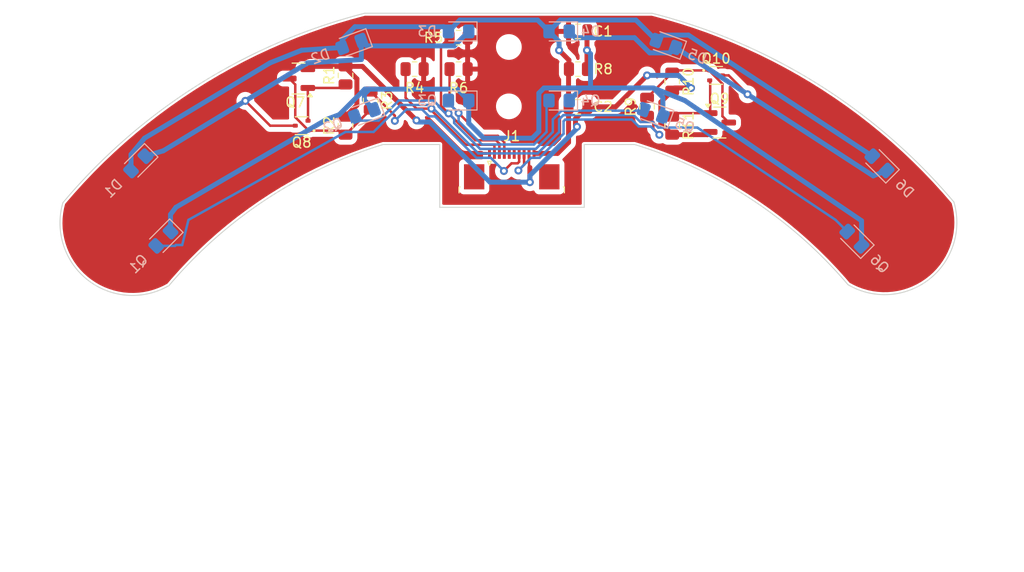
<source format=kicad_pcb>
(kicad_pcb (version 20240108) (generator "pcbnew") (generator_version "8.0")
  (layers (0 "F.Cu" signal) (31 "B.Cu" signal) (34 "B.Paste" user) (35 "F.Paste" user) (36 "B.SilkS" user "B.Silkscreen") (37 "F.SilkS" user "F.Silkscreen") (38 "B.Mask" user) (39 "F.Mask" user) (44 "Edge.Cuts" user))
  (net 0 "")
  (net 1 "GNDA")
  (net 2 "+BATT")
  (net 3 "GND")
  (net 4 "Net-(D1-K)")
  (net 5 "D1")
  (net 6 "A0")
  (net 7 "A1")
  (net 8 "A2")
  (net 9 "A3")
  (net 10 "+3.3V")
  (net 11 "D0")
  (net 12 "Net-(Q1-C)")
  (net 13 "Net-(Q7-B)")
  (net 14 "Net-(Q7-C)")
  (net 15 "Net-(D4-K)")
  (net 16 "Net-(Q10-S)")
  (net 17 "Net-(Q10-G)")
  (footprint "Package_TO_SOT_SMD:SOT-523" (layer "F.Cu") (at 130.82 107.955 180)
    (property "Reference" "Q8" (at 0 -1.7 0) (layer "F.SilkS"))
    (property "Value" "DMG1012T")
    (fp_line (start 0.65 0.9) (end -0.65 0.9) (stroke (width 0.12)) (layer "F.SilkS"))
    (fp_line (start 0.65 -0.9) (end -0.65 -0.9) (stroke (width 0.12)) (layer "F.SilkS"))
    (fp_circle (center -1.25 -0.51) (end -1.1 -0.51) (fill solid) (layer "F.SilkS"))
    (pad "1" smd roundrect (at -0.645 -0.5) (size 0.51 0.4) (layers "F.Cu" "F.Paste" "F.Mask") (net 14 "Net-(Q7-C)"))
    (pad "2" smd roundrect (at -0.645 0.5) (size 0.51 0.4) (layers "F.Cu" "F.Paste" "F.Mask") (net 13 "Net-(Q7-B)"))
    (pad "3" smd roundrect (at 0.645 0) (size 0.51 0.4) (layers "F.Cu" "F.Paste" "F.Mask") (net 4 "Net-(D1-K)"))
  )
  (footprint "Resistor_SMD:R_0805_2012Metric" (layer "F.Cu") (at 158.75 102.235)
    (property "Reference" "R8" (at 2.54 0 0) (layer "F.SilkS"))
    (property "Value" "110")
    (fp_line (start -0.227064 -0.735) (end 0.227064 -0.735) (stroke (width 0.12)) (layer "F.SilkS"))
    (fp_line (start -0.227064 0.735) (end 0.227064 0.735) (stroke (width 0.12)) (layer "F.SilkS"))
    (pad "1" smd roundrect (at -0.9125 0) (size 1.025 1.4) (layers "F.Cu" "F.Paste" "F.Mask") (roundrect_rratio 0.243902) (net 2 "+BATT"))
    (pad "2" smd roundrect (at 0.9125 0) (size 1.025 1.4) (layers "F.Cu" "F.Paste" "F.Mask") (roundrect_rratio 0.243902) (net 12 "Net-(Q1-C)"))
  )
  (footprint "Resistor_SMD:R_0805_2012Metric" (layer "F.Cu") (at 168.275 107.95 -90)
    (property "Reference" "R11" (at 0 -1.65 90) (layer "F.SilkS"))
    (property "Value" "4R7")
    (fp_line (start -0.227064 0.735) (end 0.227064 0.735) (stroke (width 0.12)) (layer "F.SilkS"))
    (fp_line (start -0.227064 -0.735) (end 0.227064 -0.735) (stroke (width 0.12)) (layer "F.SilkS"))
    (pad "1" smd roundrect (at -0.9125 0 270) (size 1.025 1.4) (layers "F.Cu" "F.Paste" "F.Mask") (roundrect_rratio 0.243902) (net 16 "Net-(Q10-S)"))
    (pad "2" smd roundrect (at 0.9125 0 270) (size 1.025 1.4) (layers "F.Cu" "F.Paste" "F.Mask") (roundrect_rratio 0.243902) (net 3 "GND"))
  )
  (footprint "Capacitor_SMD:C_0805_2012Metric" (layer "F.Cu") (at 158.75 98.425 180)
    (property "Reference" "C1" (at -2.54 0 0) (layer "F.SilkS"))
    (property "Value" "100nF")
    (fp_line (start -0.261252 0.735) (end 0.261252 0.735) (stroke (width 0.12)) (layer "F.SilkS"))
    (fp_line (start -0.261252 -0.735) (end 0.261252 -0.735) (stroke (width 0.12)) (layer "F.SilkS"))
    (pad "1" smd roundrect (at -0.95 0 180) (size 1 1.45) (layers "F.Cu" "F.Paste" "F.Mask") (net 12 "Net-(Q1-C)"))
    (pad "2" smd roundrect (at 0.95 0 180) (size 1 1.45) (layers "F.Cu" "F.Paste" "F.Mask") (net 1 "GNDA"))
  )
  (footprint "Resistor_SMD:R_0805_2012Metric" (layer "F.Cu") (at 135.255 102.87 90)
    (property "Reference" "R1" (at 0 -1.65 90) (layer "F.SilkS"))
    (property "Value" "4R7")
    (fp_line (start -0.227064 -0.735) (end 0.227064 -0.735) (stroke (width 0.12)) (layer "F.SilkS"))
    (fp_line (start -0.227064 0.735) (end 0.227064 0.735) (stroke (width 0.12)) (layer "F.SilkS"))
    (pad "1" smd roundrect (at -0.9125 0 90) (size 1.025 1.4) (layers "F.Cu" "F.Paste" "F.Mask") (roundrect_rratio 0.243902) (net 13 "Net-(Q7-B)"))
    (pad "2" smd roundrect (at 0.9125 0 90) (size 1.025 1.4) (layers "F.Cu" "F.Paste" "F.Mask") (roundrect_rratio 0.243902) (net 3 "GND"))
  )
  (footprint "Resistor_SMD:R_0805_2012Metric" (layer "F.Cu") (at 135.255 107.95 90)
    (property "Reference" "R2" (at 0 -1.65 90) (layer "F.SilkS"))
    (property "Value" "15k")
    (fp_line (start -0.227064 -0.735) (end 0.227064 -0.735) (stroke (width 0.12)) (layer "F.SilkS"))
    (fp_line (start -0.227064 0.735) (end 0.227064 0.735) (stroke (width 0.12)) (layer "F.SilkS"))
    (pad "1" smd roundrect (at -0.9125 0 90) (size 1.025 1.4) (layers "F.Cu" "F.Paste" "F.Mask") (roundrect_rratio 0.243902) (net 14 "Net-(Q7-C)"))
    (pad "2" smd roundrect (at 0.9125 0 90) (size 1.025 1.4) (layers "F.Cu" "F.Paste" "F.Mask") (roundrect_rratio 0.243902) (net 3 "GND"))
  )
  (footprint "MyPassives:SlimFPC_1x10-1MP_P0.5mm_Horizontal" (layer "F.Cu") (at 152.055 112.105)
    (property "Reference" "J1" (at 0 -3.1 0) (layer "F.SilkS"))
    (property "Value" "10x0.5mm FPC")
    (fp_line (start -5.325 2.04) (end -5.325 2.64) (stroke (width 0.12)) (layer "F.SilkS"))
    (fp_line (start -5.215 2.04) (end -5.325 2.04) (stroke (width 0.12)) (layer "F.SilkS"))
    (fp_line (start -2.45 -0.55) (end -2.25 -0.15) (stroke (width 0.12)) (layer "F.SilkS"))
    (fp_line (start -2.25 -0.15) (end -2.05 -0.55) (stroke (width 0.12)) (layer "F.SilkS"))
    (fp_line (start -2.05 -0.55) (end -2.45 -0.55) (stroke (width 0.12)) (layer "F.SilkS"))
    (fp_line (start 5.215 2.04) (end 5.325 2.04) (stroke (width 0.12)) (layer "F.SilkS"))
    (fp_line (start 5.325 2.04) (end 5.325 2.64) (stroke (width 0.12)) (layer "F.SilkS"))
    (pad "1" smd rect (at -2.25 -1.35) (size 0.3 1.1) (layers "F.Cu" "F.Paste" "F.Mask") (net 1 "GNDA"))
    (pad "2" smd rect (at -1.75 -1.35) (size 0.3 1.1) (layers "F.Cu" "F.Paste" "F.Mask") (net 6 "A0"))
    (pad "3" smd rect (at -1.25 -1.35) (size 0.3 1.1) (layers "F.Cu" "F.Paste" "F.Mask") (net 7 "A1"))
    (pad "4" smd rect (at -0.75 -1.35) (size 0.3 1.1) (layers "F.Cu" "F.Paste" "F.Mask") (net 8 "A2"))
    (pad "5" smd rect (at -0.25 -1.35) (size 0.3 1.1) (layers "F.Cu" "F.Paste" "F.Mask") (net 9 "A3"))
    (pad "6" smd rect (at 0.25 -1.35) (size 0.3 1.1) (layers "F.Cu" "F.Paste" "F.Mask") (net 10 "+3.3V"))
    (pad "7" smd rect (at 0.75 -1.35) (size 0.3 1.1) (layers "F.Cu" "F.Paste" "F.Mask") (net 11 "D0"))
    (pad "8" smd rect (at 1.25 -1.35) (size 0.3 1.1) (layers "F.Cu" "F.Paste" "F.Mask") (net 5 "D1"))
    (pad "9" smd rect (at 1.75 -1.35) (size 0.3 1.1) (layers "F.Cu" "F.Paste" "F.Mask") (net 3 "GND"))
    (pad "10" smd rect (at 2.25 -1.35) (size 0.3 1.1) (layers "F.Cu" "F.Paste" "F.Mask") (net 2 "+BATT"))
    (pad "MP" smd rect (at -3.798 1.016) (size 2.056 2.54) (layers "F.Cu" "F.Paste" "F.Mask"))
    (pad "MP" smd rect (at 3.798 1.016) (size 2.056 2.54) (layers "F.Cu" "F.Paste" "F.Mask"))
  )
  (footprint "Resistor_SMD:R_0805_2012Metric" (layer "F.Cu") (at 146.685 102.235)
    (property "Reference" "R6" (at 0 1.905 0) (layer "F.SilkS"))
    (property "Value" "2k2")
    (fp_line (start -0.227064 -0.735) (end 0.227064 -0.735) (stroke (width 0.12)) (layer "F.SilkS"))
    (fp_line (start -0.227064 0.735) (end 0.227064 0.735) (stroke (width 0.12)) (layer "F.SilkS"))
    (pad "1" smd roundrect (at -0.9125 0) (size 1.025 1.4) (layers "F.Cu" "F.Paste" "F.Mask") (roundrect_rratio 0.243902) (net 8 "A2"))
    (pad "2" smd roundrect (at 0.9125 0) (size 1.025 1.4) (layers "F.Cu" "F.Paste" "F.Mask") (roundrect_rratio 0.243902) (net 1 "GNDA"))
  )
  (footprint "MountingHole:MountingHole_2.1mm" (layer "F.Cu") (at 151.765 106)
    (property "Reference" "REF-mh" (hide yes))
    (property "Value" "MountingHole_2.1mm" (hide yes))
    (pad "" np_thru_hole circle (at 0 0) (size 2.1 2.1) (drill 2.1) (layers "*.Cu" "*.Mask"))
  )
  (footprint "Capacitor_SMD:C_0805_2012Metric" (layer "F.Cu") (at 158.75 106.045)
    (property "Reference" "C2" (at 2.54 0 0) (layer "F.SilkS"))
    (property "Value" "22uF")
    (fp_line (start -0.261252 -0.735) (end 0.261252 -0.735) (stroke (width 0.12)) (layer "F.SilkS"))
    (fp_line (start -0.261252 0.735) (end 0.261252 0.735) (stroke (width 0.12)) (layer "F.SilkS"))
    (pad "1" smd roundrect (at -0.95 0) (size 1 1.45) (layers "F.Cu" "F.Paste" "F.Mask") (net 2 "+BATT"))
    (pad "2" smd roundrect (at 0.95 0) (size 1 1.45) (layers "F.Cu" "F.Paste" "F.Mask") (net 3 "GND"))
  )
  (footprint "Resistor_SMD:R_0805_2012Metric" (layer "F.Cu") (at 137.795 105.41 -90)
    (property "Reference" "R3" (at 0 -1.65 90) (layer "F.SilkS"))
    (property "Value" "1k")
    (fp_line (start -0.227064 0.735) (end 0.227064 0.735) (stroke (width 0.12)) (layer "F.SilkS"))
    (fp_line (start -0.227064 -0.735) (end 0.227064 -0.735) (stroke (width 0.12)) (layer "F.SilkS"))
    (pad "1" smd roundrect (at -0.9125 0 270) (size 1.025 1.4) (layers "F.Cu" "F.Paste" "F.Mask") (roundrect_rratio 0.243902) (net 11 "D0"))
    (pad "2" smd roundrect (at 0.9125 0 270) (size 1.025 1.4) (layers "F.Cu" "F.Paste" "F.Mask") (roundrect_rratio 0.243902) (net 14 "Net-(Q7-C)"))
  )
  (footprint "Resistor_SMD:R_0805_2012Metric" (layer "F.Cu") (at 146.685 99.06)
    (property "Reference" "R5" (at -2.54 0 0) (layer "F.SilkS"))
    (property "Value" "2k2")
    (fp_line (start -0.227064 -0.735) (end 0.227064 -0.735) (stroke (width 0.12)) (layer "F.SilkS"))
    (fp_line (start -0.227064 0.735) (end 0.227064 0.735) (stroke (width 0.12)) (layer "F.SilkS"))
    (pad "1" smd roundrect (at -0.9125 0) (size 1.025 1.4) (layers "F.Cu" "F.Paste" "F.Mask") (roundrect_rratio 0.243902) (net 7 "A1"))
    (pad "2" smd roundrect (at 0.9125 0) (size 1.025 1.4) (layers "F.Cu" "F.Paste" "F.Mask") (roundrect_rratio 0.243902) (net 1 "GNDA"))
  )
  (footprint "Resistor_SMD:R_0805_2012Metric" (layer "F.Cu") (at 168.275 103.505 -90)
    (property "Reference" "R10" (at 0 -1.65 90) (layer "F.SilkS"))
    (property "Value" "15k")
    (fp_line (start -0.227064 0.735) (end 0.227064 0.735) (stroke (width 0.12)) (layer "F.SilkS"))
    (fp_line (start -0.227064 -0.735) (end 0.227064 -0.735) (stroke (width 0.12)) (layer "F.SilkS"))
    (pad "1" smd roundrect (at -0.9125 0 270) (size 1.025 1.4) (layers "F.Cu" "F.Paste" "F.Mask") (roundrect_rratio 0.243902) (net 17 "Net-(Q10-G)"))
    (pad "2" smd roundrect (at 0.9125 0 270) (size 1.025 1.4) (layers "F.Cu" "F.Paste" "F.Mask") (roundrect_rratio 0.243902) (net 3 "GND"))
  )
  (footprint "MountingHole:MountingHole_2.1mm" (layer "F.Cu") (at 151.765 100)
    (property "Reference" "REF-mh" (hide yes))
    (property "Value" "MountingHole_2.1mm" (hide yes))
    (pad "" np_thru_hole circle (at 0 0) (size 2.1 2.1) (drill 2.1) (layers "*.Cu" "*.Mask"))
  )
  (footprint "Resistor_SMD:R_0805_2012Metric" (layer "F.Cu") (at 165.735 106.045 90)
    (property "Reference" "R9" (at 0 -1.65 90) (layer "F.SilkS"))
    (property "Value" "1k")
    (fp_line (start -0.227064 -0.735) (end 0.227064 -0.735) (stroke (width 0.12)) (layer "F.SilkS"))
    (fp_line (start -0.227064 0.735) (end 0.227064 0.735) (stroke (width 0.12)) (layer "F.SilkS"))
    (pad "1" smd roundrect (at -0.9125 0 90) (size 1.025 1.4) (layers "F.Cu" "F.Paste" "F.Mask") (roundrect_rratio 0.243902) (net 5 "D1"))
    (pad "2" smd roundrect (at 0.9125 0 90) (size 1.025 1.4) (layers "F.Cu" "F.Paste" "F.Mask") (roundrect_rratio 0.243902) (net 17 "Net-(Q10-G)"))
  )
  (footprint "Resistor_SMD:R_0805_2012Metric" (layer "F.Cu") (at 142.24 102.235)
    (property "Reference" "R4" (at 0 1.905 0) (layer "F.SilkS"))
    (property "Value" "2k2")
    (fp_line (start -0.227064 -0.735) (end 0.227064 -0.735) (stroke (width 0.12)) (layer "F.SilkS"))
    (fp_line (start -0.227064 0.735) (end 0.227064 0.735) (stroke (width 0.12)) (layer "F.SilkS"))
    (pad "1" smd roundrect (at -0.9125 0) (size 1.025 1.4) (layers "F.Cu" "F.Paste" "F.Mask") (roundrect_rratio 0.243902) (net 6 "A0"))
    (pad "2" smd roundrect (at 0.9125 0) (size 1.025 1.4) (layers "F.Cu" "F.Paste" "F.Mask") (roundrect_rratio 0.243902) (net 1 "GNDA"))
  )
  (footprint "Package_TO_SOT_SMD:SOT-23" (layer "F.Cu") (at 173.0525 107.635)
    (property "Reference" "Q9" (at 0 -2.4 0) (layer "F.SilkS"))
    (property "Value" "BC817")
    (fp_line (start 0 -1.56) (end -0.65 -1.56) (stroke (width 0.12)) (layer "F.SilkS"))
    (fp_line (start 0 -1.56) (end 0.65 -1.56) (stroke (width 0.12)) (layer "F.SilkS"))
    (fp_line (start 0 1.56) (end -0.65 1.56) (stroke (width 0.12)) (layer "F.SilkS"))
    (fp_line (start 0 1.56) (end 0.65 1.56) (stroke (width 0.12)) (layer "F.SilkS"))
    (fp_poly (pts (xy -1.1625 -1.51) (xy -1.4025 -1.84) (xy -0.9225 -1.84) (xy -1.1625 -1.51)) (stroke (width 0.12)) (fill solid) (layer "F.SilkS"))
    (pad "1" smd roundrect (at -0.9375 -0.95) (size 1.475 0.6) (layers "F.Cu" "F.Paste" "F.Mask") (net 16 "Net-(Q10-S)"))
    (pad "2" smd roundrect (at -0.9375 0.95) (size 1.475 0.6) (layers "F.Cu" "F.Paste" "F.Mask") (net 3 "GND"))
    (pad "3" smd roundrect (at 0.9375 0) (size 1.475 0.6) (layers "F.Cu" "F.Paste" "F.Mask") (net 17 "Net-(Q10-G)"))
  )
  (footprint "Package_TO_SOT_SMD:SOT-23" (layer "F.Cu") (at 130.5075 103.19 180)
    (property "Reference" "Q7" (at 0.3325 -2.4 0) (layer "F.SilkS"))
    (property "Value" "BC817")
    (fp_line (start 0 1.56) (end 0.65 1.56) (stroke (width 0.12)) (layer "F.SilkS"))
    (fp_line (start 0 1.56) (end -0.65 1.56) (stroke (width 0.12)) (layer "F.SilkS"))
    (fp_line (start 0 -1.56) (end 0.65 -1.56) (stroke (width 0.12)) (layer "F.SilkS"))
    (fp_line (start 0 -1.56) (end -0.65 -1.56) (stroke (width 0.12)) (layer "F.SilkS"))
    (fp_poly (pts (xy -1.1625 -1.51) (xy -1.4025 -1.84) (xy -0.9225 -1.84) (xy -1.1625 -1.51)) (stroke (width 0.12)) (fill solid) (layer "F.SilkS"))
    (pad "1" smd roundrect (at -0.9375 -0.95 180) (size 1.475 0.6) (layers "F.Cu" "F.Paste" "F.Mask") (net 13 "Net-(Q7-B)"))
    (pad "2" smd roundrect (at -0.9375 0.95 180) (size 1.475 0.6) (layers "F.Cu" "F.Paste" "F.Mask") (net 3 "GND"))
    (pad "3" smd roundrect (at 0.9375 0 180) (size 1.475 0.6) (layers "F.Cu" "F.Paste" "F.Mask") (net 14 "Net-(Q7-C)"))
  )
  (footprint "Package_TO_SOT_SMD:SOT-523" (layer "F.Cu") (at 172.71 102.87)
    (property "Reference" "Q10" (at 0 -1.7 0) (layer "F.SilkS"))
    (property "Value" "DMG1012T")
    (fp_line (start 0.65 -0.9) (end -0.65 -0.9) (stroke (width 0.12)) (layer "F.SilkS"))
    (fp_line (start 0.65 0.9) (end -0.65 0.9) (stroke (width 0.12)) (layer "F.SilkS"))
    (fp_circle (center -1.25 -0.51) (end -1.1 -0.51) (fill solid) (layer "F.SilkS"))
    (pad "1" smd roundrect (at -0.645 -0.5 180) (size 0.51 0.4) (layers "F.Cu" "F.Paste" "F.Mask") (net 17 "Net-(Q10-G)"))
    (pad "2" smd roundrect (at -0.645 0.5 180) (size 0.51 0.4) (layers "F.Cu" "F.Paste" "F.Mask") (net 16 "Net-(Q10-S)"))
    (pad "3" smd roundrect (at 0.645 0 180) (size 0.51 0.4) (layers "F.Cu" "F.Paste" "F.Mask") (net 15 "Net-(D4-K)"))
  )
  (footprint "LED_SMD:LED_0805_2012Metric_Pad1.15x1.40mm_HandSolder" (layer "B.Cu") (at 116.84 119.38 -135)
    (property "Reference" "Q1" (at 3.592102 0 45) (layer "B.SilkS") (effects (justify mirror)))
    (property "Value" "PT0805CS")
    (fp_line (start 1 -0.96) (end -1.86 -0.96) (stroke (width 0.12)) (layer "B.SilkS"))
    (fp_line (start -1.860001 0.96) (end 1 0.960001) (stroke (width 0.12)) (layer "B.SilkS"))
    (fp_line (start -1.86 -0.96) (end -1.860001 0.96) (stroke (width 0.12)) (layer "B.SilkS"))
    (pad "1" smd roundrect (at -1.025 -0.000001 225) (size 1.15 1.4) (layers "B.Cu" "B.Paste" "B.Mask") (roundrect_rratio 0.217391) (net 12 "Net-(Q1-C)"))
    (pad "2" smd roundrect (at 1.025 0.000001 225) (size 1.15 1.4) (layers "B.Cu" "B.Paste" "B.Mask") (roundrect_rratio 0.217391) (net 6 "A0"))
  )
  (footprint "LED_SMD:LED_0805_2012Metric_Pad1.15x1.40mm_HandSolder" (layer "B.Cu") (at 167.64 99.695 160)
    (property "Reference" "D5" (at -3.41789 -0.107496 160) (layer "B.SilkS") (effects (justify mirror)))
    (property "Value" "SIR0805CS")
    (fp_line (start 1 -0.96) (end -1.86 -0.96) (stroke (width 0.12)) (layer "B.SilkS"))
    (fp_line (start -1.86 -0.96) (end -1.860001 0.96) (stroke (width 0.12)) (layer "B.SilkS"))
    (fp_line (start -1.860001 0.96) (end 1 0.96) (stroke (width 0.12)) (layer "B.SilkS"))
    (pad "1" smd roundrect (at -1.025 0 160) (size 1.15 1.4) (layers "B.Cu" "B.Paste" "B.Mask") (roundrect_rratio 0.217391) (net 15 "Net-(D4-K)"))
    (pad "2" smd roundrect (at 1.025 0 160) (size 1.15 1.4) (layers "B.Cu" "B.Paste" "B.Mask") (roundrect_rratio 0.217391) (net 2 "+BATT"))
  )
  (footprint "LED_SMD:LED_0805_2012Metric_Pad1.15x1.40mm_HandSolder" (layer "B.Cu") (at 146.685 105.41 180)
    (property "Reference" "Q3" (at 3.175 0 0) (layer "B.SilkS") (effects (justify mirror)))
    (property "Value" "PT0805CS")
    (fp_line (start 1 -0.96) (end -1.86 -0.96) (stroke (width 0.12)) (layer "B.SilkS"))
    (fp_line (start -1.86 0.96) (end 1 0.96) (stroke (width 0.12)) (layer "B.SilkS"))
    (fp_line (start -1.86 -0.96) (end -1.86 0.96) (stroke (width 0.12)) (layer "B.SilkS"))
    (pad "1" smd roundrect (at -1.025 0 180) (size 1.15 1.4) (layers "B.Cu" "B.Paste" "B.Mask") (roundrect_rratio 0.217391) (net 12 "Net-(Q1-C)"))
    (pad "2" smd roundrect (at 1.025 0 180) (size 1.15 1.4) (layers "B.Cu" "B.Paste" "B.Mask") (roundrect_rratio 0.217391) (net 8 "A2"))
  )
  (footprint "LED_SMD:LED_0805_2012Metric_Pad1.15x1.40mm_HandSolder" (layer "B.Cu") (at 186.69 119.38 135)
    (property "Reference" "Q6" (at -3.592102 0 135) (layer "B.SilkS") (effects (justify mirror)))
    (property "Value" "PT0805CS")
    (fp_line (start 1 -0.96) (end -1.86 -0.96) (stroke (width 0.12)) (layer "B.SilkS"))
    (fp_line (start -1.86 -0.96) (end -1.86 0.96) (stroke (width 0.12)) (layer "B.SilkS"))
    (fp_line (start -1.86 0.96) (end 1 0.96) (stroke (width 0.12)) (layer "B.SilkS"))
    (pad "1" smd roundrect (at -1.024999 0 135) (size 1.15 1.4) (layers "B.Cu" "B.Paste" "B.Mask") (roundrect_rratio 0.217391) (net 12 "Net-(Q1-C)"))
    (pad "2" smd roundrect (at 1.024999 0 135) (size 1.15 1.4) (layers "B.Cu" "B.Paste" "B.Mask") (roundrect_rratio 0.217391) (net 6 "A0"))
  )
  (footprint "LED_SMD:LED_0805_2012Metric_Pad1.15x1.40mm_HandSolder" (layer "B.Cu") (at 189.23 111.76 135)
    (property "Reference" "D6" (at -3.592102 0 135) (layer "B.SilkS") (effects (justify mirror)))
    (property "Value" "SIR0805CS")
    (fp_line (start 1 -0.96) (end -1.86 -0.96) (stroke (width 0.12)) (layer "B.SilkS"))
    (fp_line (start -1.86 -0.96) (end -1.86 0.96) (stroke (width 0.12)) (layer "B.SilkS"))
    (fp_line (start -1.86 0.96) (end 1 0.96) (stroke (width 0.12)) (layer "B.SilkS"))
    (pad "1" smd roundrect (at -1.024999 0 135) (size 1.15 1.4) (layers "B.Cu" "B.Paste" "B.Mask") (roundrect_rratio 0.217391) (net 15 "Net-(D4-K)"))
    (pad "2" smd roundrect (at 1.024999 0 135) (size 1.15 1.4) (layers "B.Cu" "B.Paste" "B.Mask") (roundrect_rratio 0.217391) (net 2 "+BATT"))
  )
  (footprint "LED_SMD:LED_0805_2012Metric_Pad1.15x1.40mm_HandSolder" (layer "B.Cu") (at 156.845 98.425 180)
    (property "Reference" "D4" (at -3.175 0 0) (layer "B.SilkS") (effects (justify mirror)))
    (property "Value" "SIR0805CS")
    (fp_line (start 1 -0.96) (end -1.86 -0.96) (stroke (width 0.12)) (layer "B.SilkS"))
    (fp_line (start -1.86 0.96) (end 1 0.96) (stroke (width 0.12)) (layer "B.SilkS"))
    (fp_line (start -1.86 -0.96) (end -1.86 0.96) (stroke (width 0.12)) (layer "B.SilkS"))
    (pad "1" smd roundrect (at -1.025 0 180) (size 1.15 1.4) (layers "B.Cu" "B.Paste" "B.Mask") (roundrect_rratio 0.217391) (net 15 "Net-(D4-K)"))
    (pad "2" smd roundrect (at 1.025 0 180) (size 1.15 1.4) (layers "B.Cu" "B.Paste" "B.Mask") (roundrect_rratio 0.217391) (net 2 "+BATT"))
  )
  (footprint "LED_SMD:LED_0805_2012Metric_Pad1.15x1.40mm_HandSolder" (layer "B.Cu") (at 137.16 106.68 -160)
    (property "Reference" "Q2" (at 3.41789 -0.107496 20) (layer "B.SilkS") (effects (justify mirror)))
    (property "Value" "PT0805CS")
    (fp_line (start 1 -0.96) (end -1.860001 -0.96) (stroke (width 0.12)) (layer "B.SilkS"))
    (fp_line (start -1.86 0.96) (end 1 0.96) (stroke (width 0.12)) (layer "B.SilkS"))
    (fp_line (start -1.860001 -0.96) (end -1.86 0.96) (stroke (width 0.12)) (layer "B.SilkS"))
    (pad "1" smd roundrect (at -1.025 0 200) (size 1.15 1.4) (layers "B.Cu" "B.Paste" "B.Mask") (roundrect_rratio 0.217391) (net 12 "Net-(Q1-C)"))
    (pad "2" smd roundrect (at 1.025 0 200) (size 1.15 1.4) (layers "B.Cu" "B.Paste" "B.Mask") (roundrect_rratio 0.217391) (net 7 "A1"))
  )
  (footprint "LED_SMD:LED_0805_2012Metric_Pad1.15x1.40mm_HandSolder" (layer "B.Cu") (at 156.845 105.41 180)
    (property "Reference" "Q4" (at -3.175 0 0) (layer "B.SilkS") (effects (justify mirror)))
    (property "Value" "PT0805CS")
    (fp_line (start 1 -0.96) (end -1.86 -0.96) (stroke (width 0.12)) (layer "B.SilkS"))
    (fp_line (start -1.86 0.96) (end 1 0.96) (stroke (width 0.12)) (layer "B.SilkS"))
    (fp_line (start -1.86 -0.96) (end -1.86 0.96) (stroke (width 0.12)) (layer "B.SilkS"))
    (pad "1" smd roundrect (at -1.025 0 180) (size 1.15 1.4) (layers "B.Cu" "B.Paste" "B.Mask") (roundrect_rratio 0.217391) (net 12 "Net-(Q1-C)"))
    (pad "2" smd roundrect (at 1.025 0 180) (size 1.15 1.4) (layers "B.Cu" "B.Paste" "B.Mask") (roundrect_rratio 0.217391) (net 8 "A2"))
  )
  (footprint "LED_SMD:LED_0805_2012Metric_Pad1.15x1.40mm_HandSolder" (layer "B.Cu") (at 114.3 111.76 -135)
    (property "Reference" "D1" (at 3.592102 0 45) (layer "B.SilkS") (effects (justify mirror)))
    (property "Value" "SIR0805CS")
    (fp_line (start 1 -0.96) (end -1.86 -0.96) (stroke (width 0.12)) (layer "B.SilkS"))
    (fp_line (start -1.86 0.96) (end 1 0.96) (stroke (width 0.12)) (layer "B.SilkS"))
    (fp_line (start -1.86 -0.96) (end -1.86 0.96) (stroke (width 0.12)) (layer "B.SilkS"))
    (pad "1" smd roundrect (at -1.024999 0 225) (size 1.15 1.4) (layers "B.Cu" "B.Paste" "B.Mask") (roundrect_rratio 0.217391) (net 4 "Net-(D1-K)"))
    (pad "2" smd roundrect (at 1.024999 0 225) (size 1.15 1.4) (layers "B.Cu" "B.Paste" "B.Mask") (roundrect_rratio 0.217391) (net 2 "+BATT"))
  )
  (footprint "LED_SMD:LED_0805_2012Metric_Pad1.15x1.40mm_HandSolder" (layer "B.Cu") (at 135.89 99.695 -160)
    (property "Reference" "D2" (at 3.41789 -0.107496 20) (layer "B.SilkS") (effects (justify mirror)))
    (property "Value" "SIR0805CS")
    (fp_line (start 1 -0.96) (end -1.860001 -0.96) (stroke (width 0.12)) (layer "B.SilkS"))
    (fp_line (start -1.86 0.96) (end 1 0.96) (stroke (width 0.12)) (layer "B.SilkS"))
    (fp_line (start -1.860001 -0.96) (end -1.86 0.96) (stroke (width 0.12)) (layer "B.SilkS"))
    (pad "1" smd roundrect (at -1.025 0 200) (size 1.15 1.4) (layers "B.Cu" "B.Paste" "B.Mask") (roundrect_rratio 0.217391) (net 4 "Net-(D1-K)"))
    (pad "2" smd roundrect (at 1.025 0 200) (size 1.15 1.4) (layers "B.Cu" "B.Paste" "B.Mask") (roundrect_rratio 0.217391) (net 2 "+BATT"))
  )
  (footprint "LED_SMD:LED_0805_2012Metric_Pad1.15x1.40mm_HandSolder" (layer "B.Cu") (at 146.685 98.425 180)
    (property "Reference" "D3" (at 3.175 0 0) (layer "B.SilkS") (effects (justify mirror)))
    (property "Value" "SIR0805CS")
    (fp_line (start 1 -0.96) (end -1.86 -0.96) (stroke (width 0.12)) (layer "B.SilkS"))
    (fp_line (start -1.86 0.96) (end 1 0.96) (stroke (width 0.12)) (layer "B.SilkS"))
    (fp_line (start -1.86 -0.96) (end -1.86 0.96) (stroke (width 0.12)) (layer "B.SilkS"))
    (pad "1" smd roundrect (at -1.025 0 180) (size 1.15 1.4) (layers "B.Cu" "B.Paste" "B.Mask") (roundrect_rratio 0.217391) (net 4 "Net-(D1-K)"))
    (pad "2" smd roundrect (at 1.025 0 180) (size 1.15 1.4) (layers "B.Cu" "B.Paste" "B.Mask") (roundrect_rratio 0.217391) (net 2 "+BATT"))
  )
  (footprint "LED_SMD:LED_0805_2012Metric_Pad1.15x1.40mm_HandSolder" (layer "B.Cu") (at 166.37 106.68 160)
    (property "Reference" "Q5" (at -3.41789 -0.107496 160) (layer "B.SilkS") (effects (justify mirror)))
    (property "Value" "PT0805CS")
    (fp_line (start 1 -0.96) (end -1.86 -0.96) (stroke (width 0.12)) (layer "B.SilkS"))
    (fp_line (start -1.86 -0.96) (end -1.860001 0.96) (stroke (width 0.12)) (layer "B.SilkS"))
    (fp_line (start -1.860001 0.96) (end 1 0.96) (stroke (width 0.12)) (layer "B.SilkS"))
    (pad "1" smd roundrect (at -1.025 0 160) (size 1.15 1.4) (layers "B.Cu" "B.Paste" "B.Mask") (roundrect_rratio 0.217391) (net 12 "Net-(Q1-C)"))
    (pad "2" smd roundrect (at 1.025 0 160) (size 1.15 1.4) (layers "B.Cu" "B.Paste" "B.Mask") (roundrect_rratio 0.217391) (net 7 "A1"))
  )
  (gr_arc (start 164.465 109.855) (mid 176.271546 115.388423) (end 186.040313 124.024655) (stroke (width 0.1)) (layer "Edge.Cuts"))
  (gr_arc (start 166.246164 96.590996) (mid 182.990714 103.743338) (end 196.749885 115.668988) (stroke (width 0.1)) (layer "Edge.Cuts"))
  (gr_line (start 137.177446 96.588269) (end 166.246164 96.590996) (stroke (width 0.1)) (layer "Edge.Cuts"))
  (gr_arc (start 106.683873 115.743196) (mid 120.431898 103.78025) (end 137.178224 96.591313) (stroke (width 0.1)) (layer "Edge.Cuts"))
  (gr_arc (start 196.750069 115.668834) (mid 194.237668 123.489982) (end 186.040313 124.024655) (stroke (width 0.1)) (layer "Edge.Cuts"))
  (gr_line (start 159.385 116.205) (end 144.78 116.205) (stroke (width 0.1)) (layer "Edge.Cuts"))
  (gr_arc (start 117.392283 124.125941) (mid 109.203475 123.555587) (end 106.683872 115.743195) (stroke (width 0.1)) (layer "Edge.Cuts"))
  (gr_line (start 159.385 109.855) (end 164.465 109.855) (stroke (width 0.1)) (layer "Edge.Cuts"))
  (gr_arc (start 117.397023 124.134123) (mid 127.198545 115.427836) (end 139.065 109.855) (stroke (width 0.1)) (layer "Edge.Cuts"))
  (gr_line (start 144.78 109.855) (end 144.78 116.205) (stroke (width 0.1)) (layer "Edge.Cuts"))
  (gr_line (start 139.065 109.855) (end 144.78 109.855) (stroke (width 0.1)) (layer "Edge.Cuts"))
  (gr_line (start 159.385 109.855) (end 159.385 116.205) (stroke (width 0.1)) (layer "Edge.Cuts"))
  (segment (start 149.805 110.755) (end 149.225 110.755) (width 0.25) (layer "F.Cu") (net 1))
  (segment (start 157.8 109.64) (end 157.8 106.045) (width 0.5) (layer "F.Cu") (net 2))
  (segment (start 154.305 110.49) (end 154.305 110.755) (width 0.25) (layer "F.Cu") (net 2))
  (segment (start 157.8375 101.3225) (end 157.8375 102.235) (width 0.5) (layer "F.Cu") (net 2))
  (segment (start 156.685 110.755) (end 157.8 109.64) (width 0.5) (layer "F.Cu") (net 2))
  (segment (start 156.845 100.33) (end 157.8375 101.3225) (width 0.5) (layer "F.Cu") (net 2))
  (segment (start 157.8 106.045) (end 157.8 105.725) (width 0.3) (layer "F.Cu") (net 2))
  (segment (start 157.8 102.2725) (end 157.8 106.045) (width 0.5) (layer "F.Cu") (net 2))
  (segment (start 157.8375 102.235) (end 157.8 102.2725) (width 0.5) (layer "F.Cu") (net 2))
  (segment (start 157.8 105.725) (end 157.8375 105.6875) (width 0.3) (layer "F.Cu") (net 2))
  (segment (start 156.685 110.755) (end 154.405 110.755) (width 0.5) (layer "F.Cu") (net 2))
  (via (at 156.845 100.33) (size 0.8) (drill 0.4) (layers "F.Cu" "B.Cu") (net 2))
  (segment (start 166.676815 99.344429) (end 164.607386 97.275) (width 0.5) (layer "B.Cu") (net 2))
  (segment (start 156.97 97.275) (end 155.82 98.425) (width 0.5) (layer "B.Cu") (net 2))
  (segment (start 134.926815 99.228926) (end 134.926815 100.045571) (width 0.5) (layer "B.Cu") (net 2))
  (segment (start 156.845 100.33) (end 156.845 99.45) (width 0.5) (layer "B.Cu") (net 2))
  (segment (start 145.184259 97.949259) (end 136.206482 97.949259) (width 0.5) (layer "B.Cu") (net 2))
  (segment (start 164.607386 97.275) (end 156.97 97.275) (width 0.5) (layer "B.Cu") (net 2))
  (segment (start 113.575216 110.858438) (end 114.935 109.22) (width 0.5) (layer "B.Cu") (net 2))
  (segment (start 155.82 98.425) (end 154.67 97.275) (width 0.5) (layer "B.Cu") (net 2))
  (segment (start 136.206482 97.949259) (end 134.926815 99.228926) (width 0.5) (layer "B.Cu") (net 2))
  (segment (start 146.81 97.275) (end 145.66 98.425) (width 0.5) (layer "B.Cu") (net 2))
  (segment (start 130.81 100.33) (end 134.926815 100.045571) (width 0.5) (layer "B.Cu") (net 2))
  (segment (start 127.635 101.6) (end 130.81 100.33) (width 0.5) (layer "B.Cu") (net 2))
  (segment (start 145.66 98.425) (end 145.184259 97.949259) (width 0.5) (layer "B.Cu") (net 2))
  (segment (start 154.67 97.275) (end 146.81 97.275) (width 0.5) (layer "B.Cu") (net 2))
  (segment (start 156.845 99.45) (end 155.82 98.425) (width 0.5) (layer "B.Cu") (net 2))
  (segment (start 167.222959 98.798285) (end 166.676815 99.344429) (width 0.5) (layer "B.Cu") (net 2))
  (segment (start 169.918285 98.798285) (end 167.222959 98.798285) (width 0.5) (layer "B.Cu") (net 2))
  (segment (start 114.935 109.22) (end 127.635 101.6) (width 0.5) (layer "B.Cu") (net 2))
  (segment (start 188.505216 111.035216) (end 169.918285 98.798285) (width 0.5) (layer "B.Cu") (net 2))
  (segment (start 113.575216 112.484784) (end 113.575216 110.858438) (width 0.5) (layer "B.Cu") (net 2))
  (segment (start 153.887653 112.177347) (end 153.887653 113.665) (width 0.5) (layer "F.Cu") (net 3))
  (segment (start 158.5 107.245) (end 159.7 106.045) (width 0.5) (layer "F.Cu") (net 3))
  (segment (start 167.125 105.5675) (end 168.275 104.4175) (width 0.5) (layer "F.Cu") (net 3))
  (segment (start 162.56 106.045) (end 165.735 102.87) (width 0.5) (layer "F.Cu") (net 3))
  (segment (start 131.7275 101.9575) (end 131.445 102.24) (width 0.5) (layer "F.Cu") (net 3))
  (segment (start 135.255 101.9575) (end 135.255 102.073122) (width 0.5) (layer "F.Cu") (net 3))
  (segment (start 153.805 112.094694) (end 153.805 110.755) (width 0.25) (layer "F.Cu") (net 3))
  (segment (start 142.424096 107.417218) (end 136.964378 101.9575) (width 0.5) (layer "F.Cu") (net 3))
  (segment (start 159.7 106.045) (end 162.56 106.045) (width 0.5) (layer "F.Cu") (net 3))
  (segment (start 158.5 107.91) (end 158.5 107.245) (width 0.5) (layer "F.Cu") (net 3))
  (segment (start 170.18 104.14) (end 168.5525 104.14) (width 0.5) (layer "F.Cu") (net 3))
  (segment (start 136.405 103.223122) (end 136.405 105.8875) (width 0.5) (layer "F.Cu") (net 3))
  (segment (start 135.255 102.073122) (end 136.405 103.223122) (width 0.5) (layer "F.Cu") (net 3))
  (segment (start 168.275 108.8625) (end 167.125 107.7125) (width 0.5) (layer "F.Cu") (net 3))
  (segment (start 167.125 107.7125) (end 167.125 105.5675) (width 0.5) (layer "F.Cu") (net 3))
  (segment (start 168.275 108.8625) (end 171.8375 108.8625) (width 0.5) (layer "F.Cu") (net 3))
  (segment (start 158.65 108.06) (end 158.5 107.91) (width 0.5) (layer "F.Cu") (net 3))
  (segment (start 136.405 105.8875) (end 135.255 107.0375) (width 0.5) (layer "F.Cu") (net 3))
  (segment (start 171.8375 108.8625) (end 172.115 108.585) (width 0.5) (layer "F.Cu") (net 3))
  (segment (start 153.887653 112.177347) (end 153.805 112.094694) (width 0.25) (layer "F.Cu") (net 3))
  (segment (start 168.5525 104.14) (end 168.275 104.4175) (width 0.5) (layer "F.Cu") (net 3))
  (segment (start 135.255 101.9575) (end 131.7275 101.9575) (width 0.5) (layer "F.Cu") (net 3))
  (segment (start 136.964378 101.9575) (end 135.255 101.9575) (width 0.5) (layer "F.Cu") (net 3))
  (via (at 165.735 102.87) (size 0.8) (drill 0.4) (layers "F.Cu" "B.Cu") (net 3))
  (via (at 142.424096 107.417218) (size 0.8) (drill 0.4) (layers "F.Cu" "B.Cu") (net 3))
  (via (at 170.18 104.14) (size 0.8) (drill 0.4) (layers "F.Cu" "B.Cu") (net 3))
  (via (at 158.65 108.06) (size 0.8) (drill 0.4) (layers "F.Cu" "B.Cu") (net 3))
  (via (at 153.887653 113.665) (size 0.8) (drill 0.4) (layers "F.Cu" "B.Cu") (net 3))
  (segment (start 143.780153 107.585153) (end 149.86 113.665) (width 0.5) (layer "B.Cu") (net 3))
  (segment (start 165.735 102.87) (end 168.91 102.87) (width 0.5) (layer "B.Cu") (net 3))
  (segment (start 158.65 108.23236) (end 153.887653 112.994707) (width 0.5) (layer "B.Cu") (net 3))
  (segment (start 142.424096 107.417218) (end 142.592031 107.585153) (width 0.5) (layer "B.Cu") (net 3))
  (segment (start 153.887653 112.994707) (end 153.887653 113.665) (width 0.5) (layer "B.Cu") (net 3))
  (segment (start 149.86 113.665) (end 153.887653 113.665) (width 0.5) (layer "B.Cu") (net 3))
  (segment (start 158.65 108.06) (end 158.65 108.23236) (width 0.5) (layer "B.Cu") (net 3))
  (segment (start 168.91 102.87) (end 170.18 104.14) (width 0.5) (layer "B.Cu") (net 3))
  (segment (start 142.592031 107.585153) (end 143.780153 107.585153) (width 0.5) (layer "B.Cu") (net 3))
  (segment (start 127.64 107.955) (end 125.129324 105.444324) (width 0.25) (layer "F.Cu") (net 4))
  (segment (start 130.175 107.955) (end 127.64 107.955) (width 0.25) (layer "F.Cu") (net 4))
  (via (at 125.129324 105.444324) (size 0.8) (drill 0.4) (layers "F.Cu" "B.Cu") (net 4))
  (segment (start 137.399329 99.890573) (end 136.853185 99.344429) (width 0.5) (layer "B.Cu") (net 4))
  (segment (start 136.853185 101.271815) (end 136.853185 99.344429) (width 0.5) (layer "B.Cu") (net 4))
  (segment (start 116.84 110.49) (end 125.129324 105.444324) (width 0.5) (layer "B.Cu") (net 4))
  (segment (start 125.129324 105.444324) (end 131.445 101.6) (width 0.5) (layer "B.Cu") (net 4))
  (segment (start 115.024784 111.035216) (end 116.84 110.49) (width 0.5) (layer "B.Cu") (net 4))
  (segment (start 147.71 98.425) (end 146.244427 99.890573) (width 0.5) (layer "B.Cu") (net 4))
  (segment (start 146.244427 99.890573) (end 137.399329 99.890573) (width 0.5) (layer "B.Cu") (net 4))
  (segment (start 131.445 101.6) (end 136.853185 101.271815) (width 0.5) (layer "B.Cu") (net 4))
  (segment (start 153.305 111.902574) (end 153.305 110.755) (width 0.25) (layer "F.Cu") (net 5))
  (segment (start 166.975 108.869244) (end 166.37 108.264244) (width 0.25) (layer "F.Cu") (net 5))
  (segment (start 152.726635 112.480939) (end 153.305 111.902574) (width 0.25) (layer "F.Cu") (net 5))
  (segment (start 166.37 108.264244) (end 166.37 107.5925) (width 0.25) (layer "F.Cu") (net 5))
  (segment (start 166.37 107.5925) (end 165.735 106.9575) (width 0.25) (layer "F.Cu") (net 5))
  (via (at 152.726635 112.480939) (size 0.8) (drill 0.4) (layers "F.Cu" "B.Cu") (net 5))
  (via (at 166.975 108.869244) (size 0.8) (drill 0.4) (layers "F.Cu" "B.Cu") (net 5))
  (segment (start 157.295 108.774188) (end 157.295 107.502792) (width 0.25) (layer "B.Cu") (net 5))
  (segment (start 166.944689 108.869244) (end 166.975 108.869244) (width 0.25) (layer "B.Cu") (net 5))
  (segment (start 154.864188 111.205) (end 157.295 108.774188) (width 0.25) (layer "B.Cu") (net 5))
  (segment (start 166.107825 108.03238) (end 166.944689 108.869244) (width 0.25) (layer "B.Cu") (net 5))
  (segment (start 164.882597 108.03238) (end 166.107825 108.03238) (width 0.25) (layer "B.Cu") (net 5))
  (segment (start 152.726635 112.480939) (end 154.002574 111.205) (width 0.25) (layer "B.Cu") (net 5))
  (segment (start 157.295 107.502792) (end 157.462792 107.335) (width 0.25) (layer "B.Cu") (net 5))
  (segment (start 154.002574 111.205) (end 154.864188 111.205) (width 0.25) (layer "B.Cu") (net 5))
  (segment (start 164.185217 107.335) (end 164.882597 108.03238) (width 0.25) (layer "B.Cu") (net 5))
  (segment (start 157.462792 107.335) (end 164.185217 107.335) (width 0.25) (layer "B.Cu") (net 5))
  (segment (start 150.28 109.88) (end 150.305 109.905) (width 0.25) (layer "F.Cu") (net 6))
  (segment (start 150.305 109.905) (end 150.305 110.755) (width 0.25) (layer "F.Cu") (net 6))
  (segment (start 143.939847 106.230153) (end 142.425153 106.230153) (width 0.25) (layer "F.Cu") (net 6))
  (segment (start 143.939847 106.230153) (end 143.939847 106.409721) (width 0.25) (layer "F.Cu") (net 6))
  (segment (start 141.3275 105.1325) (end 141.3275 102.235) (width 0.25) (layer "F.Cu") (net 6))
  (segment (start 142.425153 106.230153) (end 141.3275 105.1325) (width 0.25) (layer "F.Cu") (net 6))
  (segment (start 147.410126 109.88) (end 150.28 109.88) (width 0.25) (layer "F.Cu") (net 6))
  (segment (start 143.939847 106.409721) (end 147.410126 109.88) (width 0.25) (layer "F.Cu") (net 6))
  (via (at 143.939847 106.230153) (size 0.8) (drill 0.4) (layers "F.Cu" "B.Cu") (net 6))
  (segment (start 166.294221 107.58238) (end 166.856085 108.144244) (width 0.25) (layer "B.Cu") (net 6))
  (segment (start 164.371613 106.885) (end 165.068993 107.58238) (width 0.25) (layer "B.Cu") (net 6))
  (segment (start 118.745 120.015) (end 118.11 120.015) (width 0.25) (layer "B.Cu") (net 6))
  (segment (start 156.845 107.316396) (end 157.276396 106.885) (width 0.25) (layer "B.Cu") (net 6))
  (segment (start 118.020216 120.104784) (end 116.115215 120.104784) (width 0.25) (layer "B.Cu") (net 6))
  (segment (start 154.677792 110.755) (end 156.845 108.587792) (width 0.25) (layer "B.Cu") (net 6))
  (segment (start 157.276396 106.885) (end 164.371613 106.885) (width 0.25) (layer "B.Cu") (net 6))
  (segment (start 143.939847 106.230153) (end 144.149189 106.230153) (width 0.25) (layer "B.Cu") (net 6))
  (segment (start 184.785 117.475) (end 185.965216 118.655216) (width 0.25) (layer "B.Cu") (net 6))
  (segment (start 144.149189 106.230153) (end 148.674036 110.755) (width 0.25) (layer "B.Cu") (net 6))
  (segment (start 166.856085 108.144244) (end 170.815 108.144244) (width 0.25) (layer "B.Cu") (net 6))
  (segment (start 140.819783 105.86) (end 138.094783 108.585) (width 0.25) (layer "B.Cu") (net 6))
  (segment (start 135.255 108.585) (end 119.38 117.475) (width 0.25) (layer "B.Cu") (net 6))
  (segment (start 143.939847 106.230153) (end 143.569694 105.86) (width 0.25) (layer "B.Cu") (net 6))
  (segment (start 138.094783 108.585) (end 135.255 108.585) (width 0.25) (layer "B.Cu") (net 6))
  (segment (start 119.38 117.475) (end 118.745 120.015) (width 0.25) (layer "B.Cu") (net 6))
  (segment (start 118.11 120.015) (end 118.020216 120.104784) (width 0.25) (layer "B.Cu") (net 6))
  (segment (start 170.815 108.144244) (end 184.785 117.475) (width 0.25) (layer "B.Cu") (net 6))
  (segment (start 156.845 108.587792) (end 156.845 107.316396) (width 0.25) (layer "B.Cu") (net 6))
  (segment (start 165.068993 107.58238) (end 166.294221 107.58238) (width 0.25) (layer "B.Cu") (net 6))
  (segment (start 143.569694 105.86) (end 140.819783 105.86) (width 0.25) (layer "B.Cu") (net 6))
  (segment (start 148.674036 110.755) (end 154.677792 110.755) (width 0.25) (layer "B.Cu") (net 6))
  (segment (start 150.466396 109.43) (end 150.805 109.768604) (width 0.25) (layer "F.Cu") (net 7))
  (segment (start 144.905 99.9275) (end 145.7725 99.06) (width 0.25) (layer "F.Cu") (net 7))
  (segment (start 145.672345 106.71) (end 144.905 105.942655) (width 0.25) (layer "F.Cu") (net 7))
  (segment (start 144.905 105.942655) (end 144.905 99.9275) (width 0.25) (layer "F.Cu") (net 7))
  (segment (start 150.805 109.768604) (end 150.805 110.755) (width 0.25) (layer "F.Cu") (net 7))
  (segment (start 145.672345 106.71) (end 148.392345 109.43) (width 0.25) (layer "F.Cu") (net 7))
  (segment (start 148.392345 109.43) (end 150.466396 109.43) (width 0.25) (layer "F.Cu") (net 7))
  (via (at 145.672345 106.71) (size 0.8) (drill 0.4) (layers "F.Cu" "B.Cu") (net 7))
  (segment (start 157.09 106.435) (end 165.301244 106.435) (width 0.25) (layer "B.Cu") (net 7))
  (segment (start 165.301244 106.435) (end 165.406815 106.329429) (width 0.25) (layer "B.Cu") (net 7))
  (segment (start 148.860432 110.305) (end 154.491396 110.305) (width 0.25) (layer "B.Cu") (net 7))
  (segment (start 154.491396 110.305) (end 156.21 108.586396) (width 0.25) (layer "B.Cu") (net 7))
  (segment (start 144.145 105.41) (end 140.633387 105.41) (width 0.25) (layer "B.Cu") (net 7))
  (segment (start 156.21 107.315) (end 157.09 106.435) (width 0.25) (layer "B.Cu") (net 7))
  (segment (start 144.664847 106.009947) (end 144.664847 105.929847) (width 0.25) (layer "B.Cu") (net 7))
  (segment (start 145.3649 106.71) (end 144.664847 106.009947) (width 0.25) (layer "B.Cu") (net 7))
  (segment (start 144.664847 105.929847) (end 144.145 105.41) (width 0.25) (layer "B.Cu") (net 7))
  (segment (start 145.672345 106.71) (end 146.235 107.272655) (width 0.25) (layer "B.Cu") (net 7))
  (segment (start 146.235 107.679568) (end 148.860432 110.305) (width 0.25) (layer "B.Cu") (net 7))
  (segment (start 156.21 108.586396) (end 156.21 107.315) (width 0.25) (layer "B.Cu") (net 7))
  (segment (start 145.672345 106.71) (end 145.3649 106.71) (width 0.25) (layer "B.Cu") (net 7))
  (segment (start 136.609346 107.443102) (end 136.196815 107.030571) (width 0.25) (layer "B.Cu") (net 7))
  (segment (start 146.235 107.272655) (end 146.235 107.679568) (width 0.25) (layer "B.Cu") (net 7))
  (segment (start 138.600285 107.443102) (end 136.609346 107.443102) (width 0.25) (layer "B.Cu") (net 7))
  (segment (start 140.633387 105.41) (end 138.600285 107.443102) (width 0.25) (layer "B.Cu") (net 7))
  (segment (start 146.685 106.68) (end 148.985 108.98) (width 0.25) (layer "F.Cu") (net 8))
  (segment (start 145.7725 105.7675) (end 145.7725 102.235) (width 0.25) (layer "F.Cu") (net 8))
  (segment (start 150.652792 108.98) (end 151.305 109.632208) (width 0.25) (layer "F.Cu") (net 8))
  (segment (start 146.685 106.68) (end 145.7725 105.7675) (width 0.25) (layer "F.Cu") (net 8))
  (segment (start 151.305 109.632208) (end 151.305 110.755) (width 0.25) (layer "F.Cu") (net 8))
  (segment (start 148.985 108.98) (end 150.652792 108.98) (width 0.25) (layer "F.Cu") (net 8))
  (via (at 146.685 106.68) (size 0.8) (drill 0.4) (layers "F.Cu" "B.Cu") (net 8))
  (segment (start 146.685 107.493172) (end 149.046828 109.855) (width 0.25) (layer "B.Cu") (net 8))
  (segment (start 154.305 109.855) (end 155.575 108.585) (width 0.25) (layer "B.Cu") (net 8))
  (segment (start 155.575 108.585) (end 155.575 105.655) (width 0.25) (layer "B.Cu") (net 8))
  (segment (start 145.66 105.655) (end 145.66 105.41) (width 0.25) (layer "B.Cu") (net 8))
  (segment (start 149.046828 109.855) (end 154.305 109.855) (width 0.25) (layer "B.Cu") (net 8))
  (segment (start 155.575 105.655) (end 155.82 105.41) (width 0.25) (layer "B.Cu") (net 8))
  (segment (start 146.685 106.68) (end 146.685 107.493172) (width 0.25) (layer "B.Cu") (net 8))
  (segment (start 146.685 106.68) (end 145.66 105.655) (width 0.25) (layer "B.Cu") (net 8))
  (segment (start 152.805 111.605) (end 152.805 110.755) (width 0.25) (layer "F.Cu") (net 11))
  (segment (start 152.034997 111.76) (end 152.65 111.76) (width 0.25) (layer "F.Cu") (net 11))
  (segment (start 152.65 111.76) (end 152.805 111.605) (width 0.25) (layer "F.Cu") (net 11))
  (segment (start 140.241592 107.463496) (end 140.241592 106.944092) (width 0.25) (layer "F.Cu") (net 11))
  (segment (start 151.264998 112.529999) (end 152.034997 111.76) (width 0.25) (layer "F.Cu") (net 11))
  (segment (start 140.241592 106.944092) (end 137.795 104.4975) (width 0.25) (layer "F.Cu") (net 11))
  (via (at 140.241592 107.463496) (size 0.8) (drill 0.4) (layers "F.Cu" "B.Cu") (net 11))
  (via (at 151.264998 112.529999) (size 0.8) (drill 0.4) (layers "F.Cu" "B.Cu") (net 11))
  (segment (start 144.292793 107.010153) (end 143.694542 107.010153) (width 0.25) (layer "B.Cu") (net 11))
  (segment (start 142.994389 106.31) (end 141.395088 106.31) (width 0.25) (layer "B.Cu") (net 11))
  (segment (start 148.48764 111.205) (end 144.292793 107.010153) (width 0.25) (layer "B.Cu") (net 11))
  (segment (start 151.264998 112.529999) (end 151.264998 112.529998) (width 0.25) (layer "B.Cu") (net 11))
  (segment (start 149.94 111.205) (end 148.48764 111.205) (width 0.25) (layer "B.Cu") (net 11))
  (segment (start 151.264998 112.529998) (end 149.94 111.205) (width 0.25) (layer "B.Cu") (net 11))
  (segment (start 141.395088 106.31) (end 140.241592 107.463496) (width 0.25) (layer "B.Cu") (net 11))
  (segment (start 143.694542 107.010153) (end 142.994389 106.31) (width 0.25) (layer "B.Cu") (net 11))
  (segment (start 159.6625 98.4625) (end 159.7 98.425) (width 0.25) (layer "F.Cu") (net 12))
  (segment (start 159.6625 100.33) (end 159.6625 98.4625) (width 0.5) (layer "F.Cu") (net 12))
  (segment (start 159.6625 102.235) (end 159.6625 100.33) (width 0.5) (layer "F.Cu") (net 12))
  (via (at 159.6625 100.33) (size 0.8) (drill 0.4) (layers "F.Cu" "B.Cu") (net 12))
  (segment (start 154.126828 109.22) (end 154.795 108.551828) (width 0.5) (layer "B.Cu") (net 12))
  (segment (start 167.333185 105.103185) (end 166.37 104.14) (width 0.5) (layer "B.Cu") (net 12))
  (segment (start 187.414784 117.564784) (end 169.545 105.41) (width 0.5) (layer "B.Cu") (net 12))
  (segment (start 118.11 116.205) (end 117.564785 116.929785) (width 0.5) (layer "B.Cu") (net 12))
  (segment (start 117.564785 116.929785) (end 117.564785 118.655216) (width 0.5) (layer "B.Cu") (net 12))
  (segment (start 137.16 104.775) (end 137.16 105.366244) (width 0.5) (layer "B.Cu") (net 12))
  (segment (start 154.795 108.551828) (end 154.795 104.663122) (width 0.5) (layer "B.Cu") (net 12))
  (segment (start 155.318122 104.14) (end 159.385 104.14) (width 0.5) (layer "B.Cu") (net 12))
  (segment (start 166.37 104.14) (end 160.02 104.14) (width 0.5) (layer "B.Cu") (net 12))
  (segment (start 146.56 104.26) (end 137.675 104.26) (width 0.5) (layer "B.Cu") (net 12))
  (segment (start 133.35 107.315) (end 118.11 116.205) (width 0.5) (layer "B.Cu") (net 12))
  (segment (start 137.675 104.26) (end 137.16 104.775) (width 0.5) (layer "B.Cu") (net 12))
  (segment (start 187.414784 120.104784) (end 187.414784 117.564784) (width 0.5) (layer "B.Cu") (net 12))
  (segment (start 167.333185 107.030571) (end 167.333185 105.103185) (width 0.5) (layer "B.Cu") (net 12))
  (segment (start 159.6625 100.33) (end 160.02 100.6875) (width 0.5) (layer "B.Cu") (net 12))
  (segment (start 147.71 105.41) (end 147.71 107.705) (width 0.5) (layer "B.Cu") (net 12))
  (segment (start 160.02 104.14) (end 159.14 104.14) (width 0.5) (layer "B.Cu") (net 12))
  (segment (start 158.18 105.1) (end 158.18 105.41) (width 0.5) (layer "B.Cu") (net 12))
  (segment (start 134.62 106.839837) (end 133.35 107.315) (width 0.5) (layer "B.Cu") (net 12))
  (segment (start 154.795 104.663122) (end 155.318122 104.14) (width 0.5) (layer "B.Cu") (net 12))
  (segment (start 147.71 105.41) (end 146.56 104.26) (width 0.5) (layer "B.Cu") (net 12))
  (segment (start 159.14 104.14) (end 158.18 105.1) (width 0.5) (layer "B.Cu") (net 12))
  (segment (start 137.199837 104.26) (end 134.62 106.839837) (width 0.5) (layer "B.Cu") (net 12))
  (segment (start 137.16 105.366244) (end 138.123185 106.329429) (width 0.5) (layer "B.Cu") (net 12))
  (segment (start 149.225 109.22) (end 154.126828 109.22) (width 0.5) (layer "B.Cu") (net 12))
  (segment (start 137.675 104.26) (end 137.199837 104.26) (width 0.5) (layer "B.Cu") (net 12))
  (segment (start 169.545 105.41) (end 166.37 104.14) (width 0.5) (layer "B.Cu") (net 12))
  (segment (start 160.02 100.6875) (end 160.02 104.14) (width 0.5) (layer "B.Cu") (net 12))
  (segment (start 147.71 107.705) (end 149.225 109.22) (width 0.5) (layer "B.Cu") (net 12))
  (segment (start 131.445 104.14) (end 134.8975 104.14) (width 0.25) (layer "F.Cu") (net 13))
  (segment (start 134.8975 104.14) (end 135.255 103.7825) (width 0.25) (layer "F.Cu") (net 13))
  (segment (start 131.445 104.14) (end 131.445 104.775) (width 0.25) (layer "F.Cu") (net 13))
  (segment (start 131.465 104.795) (end 131.465 107.455) (width 0.25) (layer "F.Cu") (net 13))
  (segment (start 131.445 104.775) (end 131.465 104.795) (width 0.25) (layer "F.Cu") (net 13))
  (segment (start 137.795 106.3225) (end 135.255 108.8625) (width 0.25) (layer "F.Cu") (net 14))
  (segment (start 130.175 107.096188) (end 131.465 108.386188) (width 0.25) (layer "F.Cu") (net 14))
  (segment (start 131.465 108.386188) (end 131.465 108.455) (width 0.25) (layer "F.Cu") (net 14))
  (segment (start 134.9775 108.8625) (end 134.57 108.455) (width 0.25) (layer "F.Cu") (net 14))
  (segment (start 130.175 103.795) (end 130.175 107.096188) (width 0.25) (layer "F.Cu") (net 14))
  (segment (start 129.57 103.19) (end 130.175 103.795) (width 0.25) (layer "F.Cu") (net 14))
  (segment (start 134.57 108.455) (end 131.465 108.455) (width 0.25) (layer "F.Cu") (net 14))
  (segment (start 135.255 108.8625) (end 134.9775 108.8625) (width 0.25) (layer "F.Cu") (net 14))
  (segment (start 173.355 102.87) (end 173.982104 102.87) (width 0.25) (layer "F.Cu") (net 15))
  (segment (start 173.982104 102.87) (end 175.891052 104.778948) (width 0.25) (layer "F.Cu") (net 15))
  (via (at 175.891052 104.778948) (size 0.8) (drill 0.4) (layers "F.Cu" "B.Cu") (net 15))
  (segment (start 158.505 99.06) (end 157.87 98.425) (width 0.5) (layer "B.Cu") (net 15))
  (segment (start 168.603185 100.045571) (end 168.057041 100.591715) (width 0.5) (layer "B.Cu") (net 15))
  (segment (start 189.954784 112.484784) (end 188.595 113.03) (width 0.5) (layer "B.Cu") (net 15))
  (segment (start 188.595 113.03) (end 175.891052 104.778948) (width 0.5) (layer "B.Cu") (net 15))
  (segment (start 168.057041 100.591715) (end 165.996715 100.591715) (width 0.5) (layer "B.Cu") (net 15))
  (segment (start 164.465 99.06) (end 158.505 99.06) (width 0.5) (layer "B.Cu") (net 15))
  (segment (start 175.891052 104.778948) (end 168.603185 100.045571) (width 0.5) (layer "B.Cu") (net 15))
  (segment (start 165.996715 100.591715) (end 164.465 99.06) (width 0.5) (layer "B.Cu") (net 15))
  (segment (start 172.115 106.685) (end 172.115 103.42) (width 0.25) (layer "F.Cu") (net 16))
  (segment (start 172.115 106.685) (end 168.6275 106.685) (width 0.25) (layer "F.Cu") (net 16))
  (segment (start 168.6275 106.685) (end 168.275 107.0375) (width 0.25) (layer "F.Cu") (net 16))
  (segment (start 172.115 103.42) (end 172.065 103.37) (width 0.25) (layer "F.Cu") (net 16))
  (segment (start 168.4975 102.37) (end 172.065 102.37) (width 0.25) (layer "F.Cu") (net 17))
  (segment (start 172.065 102.37) (end 172.065 102.438812) (width 0.25) (layer "F.Cu") (net 17))
  (segment (start 165.735 105.1325) (end 168.275 102.5925) (width 0.25) (layer "F.Cu") (net 17))
  (segment (start 168.275 102.5925) (end 168.4975 102.37) (width 0.25) (layer "F.Cu") (net 17))
  (segment (start 173.355 103.728812) (end 173.355 107) (width 0.25) (layer "F.Cu") (net 17))
  (segment (start 173.355 107) (end 173.99 107.635) (width 0.25) (layer "F.Cu") (net 17))
  (segment (start 172.065 102.438812) (end 173.355 103.728812) (width 0.25) (layer "F.Cu") (net 17))
  (zone (net 1) (net_name "GNDA") (layers "F&B.Cu") (priority 1) (connect_pads (clearance 0.5)) (min_thickness 0.25) (fill yes (thermal_gap 0.5) (thermal_bridge_width 0.5))
    (polygon (pts (xy 100.33 95.25) (xy 100.33 133.35) (xy 203.835 133.35) (xy 203.835 95.25)))
  )
)
</source>
